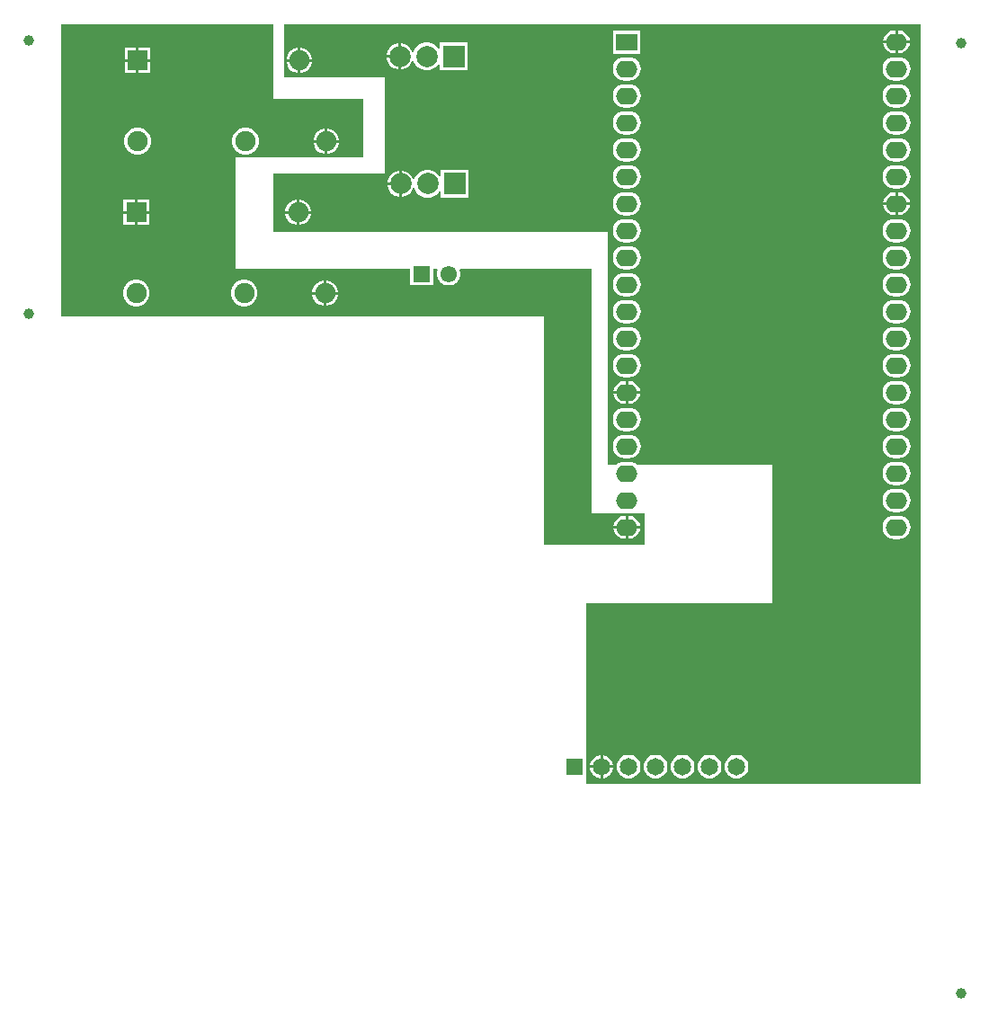
<source format=gbl>
G04*
G04 #@! TF.GenerationSoftware,Altium Limited,Altium Designer,21.7.2 (23)*
G04*
G04 Layer_Physical_Order=2*
G04 Layer_Color=16711680*
%FSLAX25Y25*%
%MOIN*%
G70*
G04*
G04 #@! TF.SameCoordinates,BCDA84E1-426D-41BB-A13D-26443B01BCB4*
G04*
G04*
G04 #@! TF.FilePolarity,Positive*
G04*
G01*
G75*
%ADD32C,0.06496*%
%ADD33R,0.06496X0.06496*%
%ADD34C,0.03937*%
%ADD35R,0.07874X0.07874*%
%ADD36C,0.07874*%
%ADD37R,0.06102X0.06102*%
%ADD38C,0.06102*%
%ADD39C,0.07480*%
%ADD40R,0.07480X0.07480*%
%ADD41O,0.07874X0.06299*%
%ADD42R,0.07874X0.06299*%
G36*
X492126Y440945D02*
X525591D01*
Y419291D01*
X478346D01*
Y377953D01*
X543012D01*
Y371752D01*
X551476D01*
Y377953D01*
X552975D01*
X553256Y377453D01*
X553012Y376541D01*
Y375427D01*
X553300Y374351D01*
X553857Y373386D01*
X554645Y372598D01*
X555611Y372040D01*
X556687Y371752D01*
X557801D01*
X558878Y372040D01*
X559843Y372598D01*
X560631Y373386D01*
X561188Y374351D01*
X561476Y375427D01*
Y376541D01*
X561232Y377453D01*
X561513Y377953D01*
X610236D01*
Y287992D01*
Y287402D01*
X629921D01*
Y275590D01*
X592520D01*
Y287992D01*
Y360236D01*
X413386D01*
Y468504D01*
X492126D01*
Y440945D01*
D02*
G37*
G36*
X732283Y401673D02*
X732283D01*
Y305118D01*
Y187008D01*
X608268D01*
Y188878D01*
X608366D01*
Y197736D01*
X608268D01*
Y253937D01*
X677165D01*
Y305118D01*
X627118D01*
X627104Y305136D01*
X626200Y305830D01*
X625146Y306266D01*
X624016Y306415D01*
X622441D01*
X621310Y306266D01*
X620257Y305830D01*
X619352Y305136D01*
X619339Y305118D01*
X616142D01*
Y391732D01*
X492126D01*
Y413386D01*
X533465D01*
Y448819D01*
X496063D01*
Y468504D01*
X732283D01*
X732283Y401673D01*
D02*
G37*
%LPC*%
G36*
X446551Y459937D02*
X442311D01*
Y455697D01*
X446551D01*
Y459937D01*
D02*
G37*
G36*
X441311D02*
X437071D01*
Y455697D01*
X441311D01*
Y459937D01*
D02*
G37*
G36*
X446551Y454697D02*
X442311D01*
Y450457D01*
X446551D01*
Y454697D01*
D02*
G37*
G36*
X441311D02*
X437071D01*
Y450457D01*
X441311D01*
Y454697D01*
D02*
G37*
G36*
X512435Y429937D02*
X512311D01*
Y425697D01*
X516551D01*
Y425821D01*
X516228Y427027D01*
X515604Y428107D01*
X514721Y428990D01*
X513641Y429614D01*
X512435Y429937D01*
D02*
G37*
G36*
X511311D02*
X511187D01*
X509981Y429614D01*
X508900Y428990D01*
X508018Y428107D01*
X507394Y427027D01*
X507071Y425821D01*
Y425697D01*
X511311D01*
Y429937D01*
D02*
G37*
G36*
X516551Y424697D02*
X512311D01*
Y420457D01*
X512435D01*
X513641Y420780D01*
X514721Y421404D01*
X515604Y422286D01*
X516228Y423367D01*
X516551Y424573D01*
Y424697D01*
D02*
G37*
G36*
X511311D02*
X507071D01*
Y424573D01*
X507394Y423367D01*
X508018Y422286D01*
X508900Y421404D01*
X509981Y420780D01*
X511187Y420457D01*
X511311D01*
Y424697D01*
D02*
G37*
G36*
X482459Y430118D02*
X481163D01*
X479912Y429783D01*
X478789Y429135D01*
X477873Y428219D01*
X477225Y427096D01*
X476890Y425845D01*
Y424549D01*
X477225Y423297D01*
X477873Y422175D01*
X478789Y421259D01*
X479912Y420611D01*
X481163Y420276D01*
X482459D01*
X483710Y420611D01*
X484833Y421259D01*
X485749Y422175D01*
X486397Y423297D01*
X486732Y424549D01*
Y425845D01*
X486397Y427096D01*
X485749Y428219D01*
X484833Y429135D01*
X483710Y429783D01*
X482459Y430118D01*
D02*
G37*
G36*
X442459D02*
X441163D01*
X439912Y429783D01*
X438789Y429135D01*
X437873Y428219D01*
X437225Y427096D01*
X436890Y425845D01*
Y424549D01*
X437225Y423297D01*
X437873Y422175D01*
X438789Y421259D01*
X439912Y420611D01*
X441163Y420276D01*
X442459D01*
X443711Y420611D01*
X444833Y421259D01*
X445749Y422175D01*
X446397Y423297D01*
X446732Y424549D01*
Y425845D01*
X446397Y427096D01*
X445749Y428219D01*
X444833Y429135D01*
X443711Y429783D01*
X442459Y430118D01*
D02*
G37*
G36*
X446118Y403598D02*
X441878D01*
Y399358D01*
X446118D01*
Y403598D01*
D02*
G37*
G36*
X440878D02*
X436638D01*
Y399358D01*
X440878D01*
Y403598D01*
D02*
G37*
G36*
X446118Y398358D02*
X441878D01*
Y394118D01*
X446118D01*
Y398358D01*
D02*
G37*
G36*
X440878D02*
X436638D01*
Y394118D01*
X440878D01*
Y398358D01*
D02*
G37*
G36*
X512002Y373598D02*
X511878D01*
Y369358D01*
X516118D01*
Y369482D01*
X515795Y370688D01*
X515171Y371769D01*
X514289Y372651D01*
X513208Y373275D01*
X512002Y373598D01*
D02*
G37*
G36*
X510878D02*
X510754D01*
X509548Y373275D01*
X508467Y372651D01*
X507585Y371769D01*
X506961Y370688D01*
X506638Y369482D01*
Y369358D01*
X510878D01*
Y373598D01*
D02*
G37*
G36*
X516118Y368358D02*
X511878D01*
Y364118D01*
X512002D01*
X513208Y364441D01*
X514289Y365065D01*
X515171Y365948D01*
X515795Y367029D01*
X516118Y368234D01*
Y368358D01*
D02*
G37*
G36*
X510878D02*
X506638D01*
Y368234D01*
X506961Y367029D01*
X507585Y365948D01*
X508467Y365065D01*
X509548Y364441D01*
X510754Y364118D01*
X510878D01*
Y368358D01*
D02*
G37*
G36*
X482026Y373780D02*
X480730D01*
X479478Y373444D01*
X478356Y372796D01*
X477440Y371880D01*
X476792Y370758D01*
X476457Y369506D01*
Y368210D01*
X476792Y366959D01*
X477440Y365837D01*
X478356Y364920D01*
X479478Y364272D01*
X480730Y363937D01*
X482026D01*
X483278Y364272D01*
X484400Y364920D01*
X485316Y365837D01*
X485964Y366959D01*
X486299Y368210D01*
Y369506D01*
X485964Y370758D01*
X485316Y371880D01*
X484400Y372796D01*
X483278Y373444D01*
X482026Y373780D01*
D02*
G37*
G36*
X442026D02*
X440730D01*
X439478Y373444D01*
X438356Y372796D01*
X437440Y371880D01*
X436792Y370758D01*
X436457Y369506D01*
Y368210D01*
X436792Y366959D01*
X437440Y365837D01*
X438356Y364920D01*
X439478Y364272D01*
X440730Y363937D01*
X442026D01*
X443278Y364272D01*
X444400Y364920D01*
X445316Y365837D01*
X445964Y366959D01*
X446299Y368210D01*
Y369506D01*
X445964Y370758D01*
X445316Y371880D01*
X444400Y372796D01*
X443278Y373444D01*
X442026Y373780D01*
D02*
G37*
G36*
X624016Y286233D02*
X623728D01*
Y282547D01*
X628135D01*
X628059Y283131D01*
X627640Y284140D01*
X626975Y285007D01*
X626109Y285672D01*
X625099Y286090D01*
X624016Y286233D01*
D02*
G37*
G36*
X622728D02*
X622441D01*
X621358Y286090D01*
X620348Y285672D01*
X619481Y285007D01*
X618816Y284140D01*
X618398Y283131D01*
X618321Y282547D01*
X622728D01*
Y286233D01*
D02*
G37*
G36*
X628135Y281547D02*
X623728D01*
Y277862D01*
X624016D01*
X625099Y278004D01*
X626109Y278423D01*
X626975Y279088D01*
X627640Y279955D01*
X628059Y280964D01*
X628135Y281547D01*
D02*
G37*
G36*
X622728D02*
X618321D01*
X618398Y280964D01*
X618816Y279955D01*
X619481Y279088D01*
X620348Y278423D01*
X621358Y278004D01*
X622441Y277862D01*
X622728D01*
Y281547D01*
D02*
G37*
G36*
X724016Y466233D02*
X723728D01*
Y462547D01*
X728135D01*
X728059Y463131D01*
X727640Y464140D01*
X726975Y465007D01*
X726109Y465672D01*
X725099Y466090D01*
X724016Y466233D01*
D02*
G37*
G36*
X722728D02*
X722441D01*
X721358Y466090D01*
X720348Y465672D01*
X719481Y465007D01*
X718816Y464140D01*
X718398Y463131D01*
X718321Y462547D01*
X722728D01*
Y466233D01*
D02*
G37*
G36*
X564173Y461811D02*
X553937D01*
Y459474D01*
X553437Y459340D01*
X553151Y459835D01*
X552198Y460788D01*
X551031Y461462D01*
X549729Y461811D01*
X548381D01*
X547080Y461462D01*
X545913Y460788D01*
X544960Y459835D01*
X544286Y458668D01*
X544211Y458391D01*
X543711D01*
D01*
X543656Y458599D01*
X543006Y459724D01*
X542087Y460643D01*
X540961Y461294D01*
X539705Y461630D01*
X539555D01*
Y456693D01*
Y451756D01*
X539705D01*
X540961Y452092D01*
X542087Y452742D01*
X543006Y453661D01*
X543656Y454787D01*
X543711Y454995D01*
D01*
D01*
X544211D01*
X544286Y454717D01*
X544960Y453550D01*
X545913Y452597D01*
X547080Y451924D01*
X548381Y451575D01*
X549729D01*
X551031Y451924D01*
X552198Y452597D01*
X553151Y453550D01*
X553437Y454046D01*
X553937Y453912D01*
Y451575D01*
X564173D01*
Y461811D01*
D02*
G37*
G36*
X728135Y461547D02*
X723728D01*
Y457862D01*
X724016D01*
X725099Y458004D01*
X726109Y458423D01*
X726975Y459088D01*
X727640Y459955D01*
X728059Y460964D01*
X728135Y461547D01*
D02*
G37*
G36*
X722728D02*
X718321D01*
X718398Y460964D01*
X718816Y459955D01*
X719481Y459088D01*
X720348Y458423D01*
X721358Y458004D01*
X722441Y457862D01*
X722728D01*
Y461547D01*
D02*
G37*
G36*
X628346Y466378D02*
X618110D01*
Y457717D01*
X628346D01*
Y466378D01*
D02*
G37*
G36*
X538555Y461630D02*
X538405D01*
X537149Y461294D01*
X536024Y460643D01*
X535105Y459724D01*
X534455Y458599D01*
X534118Y457343D01*
Y457193D01*
X538555D01*
Y461630D01*
D02*
G37*
G36*
X502435Y459937D02*
X502311D01*
Y455697D01*
X506551D01*
Y455821D01*
X506228Y457026D01*
X505604Y458107D01*
X504721Y458990D01*
X503641Y459614D01*
X502435Y459937D01*
D02*
G37*
G36*
X501311D02*
X501187D01*
X499981Y459614D01*
X498901Y458990D01*
X498018Y458107D01*
X497394Y457026D01*
X497071Y455821D01*
Y455697D01*
X501311D01*
Y459937D01*
D02*
G37*
G36*
X538555Y456193D02*
X534118D01*
Y456043D01*
X534455Y454787D01*
X535105Y453661D01*
X536024Y452742D01*
X537149Y452092D01*
X538405Y451756D01*
X538555D01*
Y456193D01*
D02*
G37*
G36*
X506551Y454697D02*
X502311D01*
Y450457D01*
X502435D01*
X503641Y450780D01*
X504721Y451404D01*
X505604Y452286D01*
X506228Y453367D01*
X506551Y454573D01*
Y454697D01*
D02*
G37*
G36*
X501311D02*
X497071D01*
Y454573D01*
X497394Y453367D01*
X498018Y452286D01*
X498901Y451404D01*
X499981Y450780D01*
X501187Y450457D01*
X501311D01*
Y454697D01*
D02*
G37*
G36*
X724016Y456415D02*
X722441D01*
X721310Y456266D01*
X720257Y455830D01*
X719352Y455136D01*
X718658Y454231D01*
X718222Y453178D01*
X718073Y452047D01*
X718222Y450917D01*
X718658Y449863D01*
X719352Y448959D01*
X720257Y448264D01*
X721310Y447828D01*
X722441Y447679D01*
X724016D01*
X725146Y447828D01*
X726200Y448264D01*
X727104Y448959D01*
X727799Y449863D01*
X728235Y450917D01*
X728384Y452047D01*
X728235Y453178D01*
X727799Y454231D01*
X727104Y455136D01*
X726200Y455830D01*
X725146Y456266D01*
X724016Y456415D01*
D02*
G37*
G36*
X624016D02*
X622441D01*
X621310Y456266D01*
X620257Y455830D01*
X619352Y455136D01*
X618658Y454231D01*
X618222Y453178D01*
X618073Y452047D01*
X618222Y450917D01*
X618658Y449863D01*
X619352Y448959D01*
X620257Y448264D01*
X621310Y447828D01*
X622441Y447679D01*
X624016D01*
X625146Y447828D01*
X626200Y448264D01*
X627104Y448959D01*
X627799Y449863D01*
X628235Y450917D01*
X628384Y452047D01*
X628235Y453178D01*
X627799Y454231D01*
X627104Y455136D01*
X626200Y455830D01*
X625146Y456266D01*
X624016Y456415D01*
D02*
G37*
G36*
X724016Y446415D02*
X722441D01*
X721310Y446267D01*
X720257Y445830D01*
X719352Y445136D01*
X718658Y444231D01*
X718222Y443178D01*
X718073Y442047D01*
X718222Y440917D01*
X718658Y439863D01*
X719352Y438959D01*
X720257Y438264D01*
X721310Y437828D01*
X722441Y437679D01*
X724016D01*
X725146Y437828D01*
X726200Y438264D01*
X727104Y438959D01*
X727799Y439863D01*
X728235Y440917D01*
X728384Y442047D01*
X728235Y443178D01*
X727799Y444231D01*
X727104Y445136D01*
X726200Y445830D01*
X725146Y446267D01*
X724016Y446415D01*
D02*
G37*
G36*
X624016D02*
X622441D01*
X621310Y446267D01*
X620257Y445830D01*
X619352Y445136D01*
X618658Y444231D01*
X618222Y443178D01*
X618073Y442047D01*
X618222Y440917D01*
X618658Y439863D01*
X619352Y438959D01*
X620257Y438264D01*
X621310Y437828D01*
X622441Y437679D01*
X624016D01*
X625146Y437828D01*
X626200Y438264D01*
X627104Y438959D01*
X627799Y439863D01*
X628235Y440917D01*
X628384Y442047D01*
X628235Y443178D01*
X627799Y444231D01*
X627104Y445136D01*
X626200Y445830D01*
X625146Y446267D01*
X624016Y446415D01*
D02*
G37*
G36*
X724016Y436415D02*
X722441D01*
X721310Y436267D01*
X720257Y435830D01*
X719352Y435136D01*
X718658Y434231D01*
X718222Y433178D01*
X718073Y432047D01*
X718222Y430917D01*
X718658Y429863D01*
X719352Y428959D01*
X720257Y428264D01*
X721310Y427828D01*
X722441Y427679D01*
X724016D01*
X725146Y427828D01*
X726200Y428264D01*
X727104Y428959D01*
X727799Y429863D01*
X728235Y430917D01*
X728384Y432047D01*
X728235Y433178D01*
X727799Y434231D01*
X727104Y435136D01*
X726200Y435830D01*
X725146Y436267D01*
X724016Y436415D01*
D02*
G37*
G36*
X624016D02*
X622441D01*
X621310Y436267D01*
X620257Y435830D01*
X619352Y435136D01*
X618658Y434231D01*
X618222Y433178D01*
X618073Y432047D01*
X618222Y430917D01*
X618658Y429863D01*
X619352Y428959D01*
X620257Y428264D01*
X621310Y427828D01*
X622441Y427679D01*
X624016D01*
X625146Y427828D01*
X626200Y428264D01*
X627104Y428959D01*
X627799Y429863D01*
X628235Y430917D01*
X628384Y432047D01*
X628235Y433178D01*
X627799Y434231D01*
X627104Y435136D01*
X626200Y435830D01*
X625146Y436267D01*
X624016Y436415D01*
D02*
G37*
G36*
X724016Y426415D02*
X722441D01*
X721310Y426266D01*
X720257Y425830D01*
X719352Y425136D01*
X718658Y424231D01*
X718222Y423178D01*
X718073Y422047D01*
X718222Y420917D01*
X718658Y419863D01*
X719352Y418959D01*
X720257Y418264D01*
X721310Y417828D01*
X722441Y417679D01*
X724016D01*
X725146Y417828D01*
X726200Y418264D01*
X727104Y418959D01*
X727799Y419863D01*
X728235Y420917D01*
X728384Y422047D01*
X728235Y423178D01*
X727799Y424231D01*
X727104Y425136D01*
X726200Y425830D01*
X725146Y426266D01*
X724016Y426415D01*
D02*
G37*
G36*
X624016D02*
X622441D01*
X621310Y426266D01*
X620257Y425830D01*
X619352Y425136D01*
X618658Y424231D01*
X618222Y423178D01*
X618073Y422047D01*
X618222Y420917D01*
X618658Y419863D01*
X619352Y418959D01*
X620257Y418264D01*
X621310Y417828D01*
X622441Y417679D01*
X624016D01*
X625146Y417828D01*
X626200Y418264D01*
X627104Y418959D01*
X627799Y419863D01*
X628235Y420917D01*
X628384Y422047D01*
X628235Y423178D01*
X627799Y424231D01*
X627104Y425136D01*
X626200Y425830D01*
X625146Y426266D01*
X624016Y426415D01*
D02*
G37*
G36*
X564488Y414567D02*
X554252D01*
Y412229D01*
X553752Y412095D01*
X553466Y412591D01*
X552513Y413544D01*
X551346Y414218D01*
X550044Y414567D01*
X548696D01*
X547395Y414218D01*
X546228Y413544D01*
X545275Y412591D01*
X544601Y411424D01*
X544526Y411147D01*
X544026D01*
X543971Y411354D01*
X543321Y412480D01*
X542402Y413399D01*
X541276Y414049D01*
X540020Y414386D01*
X539870D01*
Y409449D01*
Y404512D01*
X540020D01*
X541276Y404848D01*
X542402Y405498D01*
X543321Y406417D01*
X543971Y407543D01*
X544026Y407751D01*
X544526D01*
X544601Y407473D01*
X545275Y406306D01*
X546228Y405353D01*
X547395Y404679D01*
X548696Y404331D01*
X550044D01*
X551346Y404679D01*
X552513Y405353D01*
X553466Y406306D01*
X553752Y406802D01*
X554252Y406668D01*
Y404331D01*
X564488D01*
Y414567D01*
D02*
G37*
G36*
X538870Y414386D02*
X538720D01*
X537465Y414049D01*
X536339Y413399D01*
X535420Y412480D01*
X534769Y411354D01*
X534433Y410099D01*
Y409949D01*
X538870D01*
Y414386D01*
D02*
G37*
G36*
X724016Y416415D02*
X722441D01*
X721310Y416266D01*
X720257Y415830D01*
X719352Y415136D01*
X718658Y414231D01*
X718222Y413178D01*
X718073Y412047D01*
X718222Y410917D01*
X718658Y409863D01*
X719352Y408959D01*
X720257Y408264D01*
X721310Y407828D01*
X722441Y407679D01*
X724016D01*
X725146Y407828D01*
X726200Y408264D01*
X727104Y408959D01*
X727799Y409863D01*
X728235Y410917D01*
X728384Y412047D01*
X728235Y413178D01*
X727799Y414231D01*
X727104Y415136D01*
X726200Y415830D01*
X725146Y416266D01*
X724016Y416415D01*
D02*
G37*
G36*
X624016D02*
X622441D01*
X621310Y416266D01*
X620257Y415830D01*
X619352Y415136D01*
X618658Y414231D01*
X618222Y413178D01*
X618073Y412047D01*
X618222Y410917D01*
X618658Y409863D01*
X619352Y408959D01*
X620257Y408264D01*
X621310Y407828D01*
X622441Y407679D01*
X624016D01*
X625146Y407828D01*
X626200Y408264D01*
X627104Y408959D01*
X627799Y409863D01*
X628235Y410917D01*
X628384Y412047D01*
X628235Y413178D01*
X627799Y414231D01*
X627104Y415136D01*
X626200Y415830D01*
X625146Y416266D01*
X624016Y416415D01*
D02*
G37*
G36*
X538870Y408949D02*
X534433D01*
D01*
Y408799D01*
X534769Y407543D01*
X535420Y406417D01*
X536339Y405498D01*
X537205Y404998D01*
X537465Y404848D01*
X538720Y404512D01*
X538870D01*
Y408949D01*
D02*
G37*
G36*
X724016Y406233D02*
X723728D01*
Y402547D01*
X728135D01*
X728059Y403130D01*
X727640Y404140D01*
X726975Y405007D01*
X726109Y405672D01*
X725099Y406090D01*
X724016Y406233D01*
D02*
G37*
G36*
X722728D02*
X722441D01*
X721358Y406090D01*
X720348Y405672D01*
X719481Y405007D01*
X718816Y404140D01*
X718398Y403130D01*
X718321Y402547D01*
X722728D01*
Y406233D01*
D02*
G37*
G36*
X502002Y403598D02*
X501878D01*
Y399358D01*
X506118D01*
Y399482D01*
X505795Y400688D01*
X505171Y401769D01*
X504288Y402651D01*
X503208Y403275D01*
X502002Y403598D01*
D02*
G37*
G36*
X500878D02*
X500754D01*
X499548Y403275D01*
X498467Y402651D01*
X497585Y401769D01*
X496961Y400688D01*
X496638Y399482D01*
Y399358D01*
X500878D01*
Y403598D01*
D02*
G37*
G36*
X728135Y401547D02*
X723728D01*
Y397862D01*
X724016D01*
X725099Y398004D01*
X726109Y398423D01*
X726975Y399088D01*
X727640Y399955D01*
X728059Y400964D01*
X728135Y401547D01*
D02*
G37*
G36*
X722728D02*
X718321D01*
X718398Y400964D01*
X718816Y399955D01*
X719481Y399088D01*
X720348Y398423D01*
X721358Y398004D01*
X722441Y397862D01*
X722728D01*
Y401547D01*
D02*
G37*
G36*
X624016Y406415D02*
X622441D01*
X621310Y406266D01*
X620257Y405830D01*
X619352Y405136D01*
X618658Y404231D01*
X618222Y403178D01*
X618073Y402047D01*
X618216Y400964D01*
X618222Y400917D01*
X618658Y399863D01*
X619352Y398959D01*
X620257Y398264D01*
X621310Y397828D01*
X622441Y397679D01*
X624016D01*
X625146Y397828D01*
X626200Y398264D01*
X627104Y398959D01*
X627799Y399863D01*
X628235Y400917D01*
X628384Y402047D01*
X628235Y403178D01*
X627799Y404231D01*
X627104Y405136D01*
X626200Y405830D01*
X625146Y406266D01*
X624016Y406415D01*
D02*
G37*
G36*
X506118Y398358D02*
X501878D01*
Y394118D01*
X502002D01*
X503208Y394441D01*
X504288Y395065D01*
X505171Y395948D01*
X505795Y397029D01*
X506118Y398234D01*
Y398358D01*
D02*
G37*
G36*
X500878D02*
X496638D01*
Y398234D01*
X496961Y397029D01*
X497585Y395948D01*
X498467Y395065D01*
X499548Y394441D01*
X500754Y394118D01*
X500878D01*
Y398358D01*
D02*
G37*
G36*
X724016Y396415D02*
X722441D01*
X721310Y396267D01*
X720257Y395830D01*
X719352Y395136D01*
X718658Y394231D01*
X718222Y393178D01*
X718073Y392047D01*
X718222Y390917D01*
X718658Y389863D01*
X719352Y388959D01*
X720257Y388264D01*
X721310Y387828D01*
X722441Y387679D01*
X724016D01*
X725146Y387828D01*
X726200Y388264D01*
X727104Y388959D01*
X727799Y389863D01*
X728235Y390917D01*
X728384Y392047D01*
X728235Y393178D01*
X727799Y394231D01*
X727104Y395136D01*
X726200Y395830D01*
X725146Y396267D01*
X724016Y396415D01*
D02*
G37*
G36*
X624016D02*
X622441D01*
X621310Y396267D01*
X620257Y395830D01*
X619352Y395136D01*
X618658Y394231D01*
X618222Y393178D01*
X618073Y392047D01*
X618222Y390917D01*
X618658Y389863D01*
X619352Y388959D01*
X620257Y388264D01*
X621310Y387828D01*
X622441Y387679D01*
X624016D01*
X625146Y387828D01*
X626200Y388264D01*
X627104Y388959D01*
X627799Y389863D01*
X628235Y390917D01*
X628384Y392047D01*
X628235Y393178D01*
X627799Y394231D01*
X627104Y395136D01*
X626200Y395830D01*
X625146Y396267D01*
X624016Y396415D01*
D02*
G37*
G36*
X724016Y386415D02*
X722441D01*
X721310Y386266D01*
X720257Y385830D01*
X719352Y385136D01*
X718658Y384231D01*
X718222Y383178D01*
X718073Y382047D01*
X718222Y380917D01*
X718658Y379863D01*
X719352Y378959D01*
X720257Y378264D01*
X721310Y377828D01*
X722441Y377679D01*
X724016D01*
X725146Y377828D01*
X726200Y378264D01*
X727104Y378959D01*
X727799Y379863D01*
X728235Y380917D01*
X728384Y382047D01*
X728235Y383178D01*
X727799Y384231D01*
X727104Y385136D01*
X726200Y385830D01*
X725146Y386266D01*
X724016Y386415D01*
D02*
G37*
G36*
X624016D02*
X622441D01*
X621310Y386266D01*
X620257Y385830D01*
X619352Y385136D01*
X618658Y384231D01*
X618222Y383178D01*
X618073Y382047D01*
X618222Y380917D01*
X618658Y379863D01*
X619352Y378959D01*
X620257Y378264D01*
X621310Y377828D01*
X622441Y377679D01*
X624016D01*
X625146Y377828D01*
X626200Y378264D01*
X627104Y378959D01*
X627799Y379863D01*
X628235Y380917D01*
X628384Y382047D01*
X628235Y383178D01*
X627799Y384231D01*
X627104Y385136D01*
X626200Y385830D01*
X625146Y386266D01*
X624016Y386415D01*
D02*
G37*
G36*
X724016Y376415D02*
X722441D01*
X721310Y376267D01*
X720257Y375830D01*
X719352Y375136D01*
X718658Y374231D01*
X718222Y373178D01*
X718073Y372047D01*
X718222Y370917D01*
X718658Y369863D01*
X719352Y368959D01*
X720257Y368264D01*
X721310Y367828D01*
X722441Y367679D01*
X724016D01*
X725146Y367828D01*
X726200Y368264D01*
X727104Y368959D01*
X727799Y369863D01*
X728235Y370917D01*
X728384Y372047D01*
X728235Y373178D01*
X727799Y374231D01*
X727104Y375136D01*
X726200Y375830D01*
X725146Y376267D01*
X724016Y376415D01*
D02*
G37*
G36*
X624016D02*
X622441D01*
X621310Y376267D01*
X620257Y375830D01*
X619352Y375136D01*
X618658Y374231D01*
X618222Y373178D01*
X618073Y372047D01*
X618222Y370917D01*
X618658Y369863D01*
X619352Y368959D01*
X620257Y368264D01*
X621310Y367828D01*
X622441Y367679D01*
X624016D01*
X625146Y367828D01*
X626200Y368264D01*
X627104Y368959D01*
X627799Y369863D01*
X628235Y370917D01*
X628384Y372047D01*
X628235Y373178D01*
X627799Y374231D01*
X627104Y375136D01*
X626200Y375830D01*
X625146Y376267D01*
X624016Y376415D01*
D02*
G37*
G36*
X724016Y366415D02*
X722441D01*
X721310Y366266D01*
X720257Y365830D01*
X719352Y365136D01*
X718658Y364231D01*
X718222Y363178D01*
X718073Y362047D01*
X718222Y360917D01*
X718658Y359863D01*
X719352Y358959D01*
X720257Y358264D01*
X721310Y357828D01*
X722441Y357679D01*
X724016D01*
X725146Y357828D01*
X726200Y358264D01*
X727104Y358959D01*
X727799Y359863D01*
X728235Y360917D01*
X728384Y362047D01*
X728235Y363178D01*
X727799Y364231D01*
X727104Y365136D01*
X726200Y365830D01*
X725146Y366266D01*
X724016Y366415D01*
D02*
G37*
G36*
X624016D02*
X622441D01*
X621310Y366266D01*
X620257Y365830D01*
X619352Y365136D01*
X618658Y364231D01*
X618222Y363178D01*
X618073Y362047D01*
X618222Y360917D01*
X618658Y359863D01*
X619352Y358959D01*
X620257Y358264D01*
X621310Y357828D01*
X622441Y357679D01*
X624016D01*
X625146Y357828D01*
X626200Y358264D01*
X627104Y358959D01*
X627799Y359863D01*
X628235Y360917D01*
X628384Y362047D01*
X628235Y363178D01*
X627799Y364231D01*
X627104Y365136D01*
X626200Y365830D01*
X625146Y366266D01*
X624016Y366415D01*
D02*
G37*
G36*
X724016Y356415D02*
X722441D01*
X721310Y356266D01*
X720257Y355830D01*
X719352Y355136D01*
X718658Y354231D01*
X718222Y353178D01*
X718073Y352047D01*
X718222Y350917D01*
X718658Y349863D01*
X719352Y348959D01*
X720257Y348264D01*
X721310Y347828D01*
X722441Y347679D01*
X724016D01*
X725146Y347828D01*
X726200Y348264D01*
X727104Y348959D01*
X727799Y349863D01*
X728235Y350917D01*
X728384Y352047D01*
X728235Y353178D01*
X727799Y354231D01*
X727104Y355136D01*
X726200Y355830D01*
X725146Y356266D01*
X724016Y356415D01*
D02*
G37*
G36*
X624016D02*
X622441D01*
X621310Y356266D01*
X620257Y355830D01*
X619352Y355136D01*
X618658Y354231D01*
X618222Y353178D01*
X618073Y352047D01*
X618222Y350917D01*
X618658Y349863D01*
X619352Y348959D01*
X620257Y348264D01*
X621310Y347828D01*
X622441Y347679D01*
X624016D01*
X625146Y347828D01*
X626200Y348264D01*
X627104Y348959D01*
X627799Y349863D01*
X628235Y350917D01*
X628384Y352047D01*
X628235Y353178D01*
X627799Y354231D01*
X627104Y355136D01*
X626200Y355830D01*
X625146Y356266D01*
X624016Y356415D01*
D02*
G37*
G36*
X724016Y346415D02*
X722441D01*
X721310Y346267D01*
X720257Y345830D01*
X719352Y345136D01*
X718658Y344231D01*
X718222Y343178D01*
X718073Y342047D01*
X718222Y340917D01*
X718658Y339863D01*
X719352Y338959D01*
X720257Y338264D01*
X721310Y337828D01*
X722441Y337679D01*
X724016D01*
X725146Y337828D01*
X726200Y338264D01*
X727104Y338959D01*
X727799Y339863D01*
X728235Y340917D01*
X728384Y342047D01*
X728235Y343178D01*
X727799Y344231D01*
X727104Y345136D01*
X726200Y345830D01*
X725146Y346267D01*
X724016Y346415D01*
D02*
G37*
G36*
X624016D02*
X622441D01*
X621310Y346267D01*
X620257Y345830D01*
X619352Y345136D01*
X618658Y344231D01*
X618222Y343178D01*
X618073Y342047D01*
X618222Y340917D01*
X618658Y339863D01*
X619352Y338959D01*
X620257Y338264D01*
X621310Y337828D01*
X622441Y337679D01*
X624016D01*
X625146Y337828D01*
X626200Y338264D01*
X627104Y338959D01*
X627799Y339863D01*
X628235Y340917D01*
X628384Y342047D01*
X628235Y343178D01*
X627799Y344231D01*
X627104Y345136D01*
X626200Y345830D01*
X625146Y346267D01*
X624016Y346415D01*
D02*
G37*
G36*
Y336233D02*
X623728D01*
Y332547D01*
X628135D01*
X628059Y333131D01*
X627640Y334140D01*
X626975Y335007D01*
X626109Y335672D01*
X625099Y336090D01*
X624016Y336233D01*
D02*
G37*
G36*
X622728D02*
X622441D01*
X621358Y336090D01*
X620348Y335672D01*
X619481Y335007D01*
X618816Y334140D01*
X618398Y333131D01*
X618321Y332547D01*
X622728D01*
Y336233D01*
D02*
G37*
G36*
X628135Y331547D02*
X623728D01*
Y327862D01*
X624016D01*
X625099Y328004D01*
X626109Y328423D01*
X626975Y329088D01*
X627640Y329955D01*
X628059Y330964D01*
X628135Y331547D01*
D02*
G37*
G36*
X622728D02*
X618321D01*
X618398Y330964D01*
X618816Y329955D01*
X619481Y329088D01*
X620348Y328423D01*
X621358Y328004D01*
X622441Y327862D01*
X622728D01*
Y331547D01*
D02*
G37*
G36*
X724016Y336415D02*
X722441D01*
X721310Y336266D01*
X720257Y335830D01*
X719352Y335136D01*
X718658Y334231D01*
X718222Y333178D01*
X718073Y332047D01*
X718222Y330917D01*
X718658Y329863D01*
X719352Y328959D01*
X720257Y328264D01*
X721310Y327828D01*
X722441Y327679D01*
X724016D01*
X725146Y327828D01*
X726200Y328264D01*
X727104Y328959D01*
X727799Y329863D01*
X728235Y330917D01*
X728384Y332047D01*
X728235Y333178D01*
X727799Y334231D01*
X727104Y335136D01*
X726200Y335830D01*
X725146Y336266D01*
X724016Y336415D01*
D02*
G37*
G36*
Y326415D02*
X722441D01*
X721310Y326267D01*
X720257Y325830D01*
X719352Y325136D01*
X718658Y324231D01*
X718222Y323178D01*
X718073Y322047D01*
X718222Y320917D01*
X718658Y319863D01*
X719352Y318959D01*
X720257Y318264D01*
X721310Y317828D01*
X722441Y317679D01*
X724016D01*
X725146Y317828D01*
X726200Y318264D01*
X727104Y318959D01*
X727799Y319863D01*
X728235Y320917D01*
X728384Y322047D01*
X728235Y323178D01*
X727799Y324231D01*
X727104Y325136D01*
X726200Y325830D01*
X725146Y326267D01*
X724016Y326415D01*
D02*
G37*
G36*
X624016D02*
X622441D01*
X621310Y326267D01*
X620257Y325830D01*
X619352Y325136D01*
X618658Y324231D01*
X618222Y323178D01*
X618073Y322047D01*
X618222Y320917D01*
X618658Y319863D01*
X619352Y318959D01*
X620257Y318264D01*
X621310Y317828D01*
X622441Y317679D01*
X624016D01*
X625146Y317828D01*
X626200Y318264D01*
X627104Y318959D01*
X627799Y319863D01*
X628235Y320917D01*
X628384Y322047D01*
X628235Y323178D01*
X627799Y324231D01*
X627104Y325136D01*
X626200Y325830D01*
X625146Y326267D01*
X624016Y326415D01*
D02*
G37*
G36*
X724016Y316415D02*
X722441D01*
X721310Y316266D01*
X720257Y315830D01*
X719352Y315136D01*
X718658Y314231D01*
X718222Y313178D01*
X718073Y312047D01*
X718222Y310917D01*
X718658Y309863D01*
X719352Y308959D01*
X720257Y308264D01*
X721310Y307828D01*
X722441Y307679D01*
X724016D01*
X725146Y307828D01*
X726200Y308264D01*
X727104Y308959D01*
X727799Y309863D01*
X728235Y310917D01*
X728384Y312047D01*
X728235Y313178D01*
X727799Y314231D01*
X727104Y315136D01*
X726830Y315347D01*
X726200Y315830D01*
X725146Y316266D01*
X724016Y316415D01*
D02*
G37*
G36*
X624016D02*
X622441D01*
X621310Y316266D01*
X620257Y315830D01*
X619352Y315136D01*
X618658Y314231D01*
X618222Y313178D01*
X618073Y312047D01*
X618222Y310917D01*
X618658Y309863D01*
X619352Y308959D01*
X620257Y308264D01*
X621310Y307828D01*
X622441Y307679D01*
X624016D01*
X625146Y307828D01*
X626200Y308264D01*
X627104Y308959D01*
X627799Y309863D01*
X628235Y310917D01*
X628384Y312047D01*
X628235Y313178D01*
X627799Y314231D01*
X627104Y315136D01*
X626200Y315830D01*
X625146Y316266D01*
X624016Y316415D01*
D02*
G37*
G36*
X724016Y306415D02*
X722441D01*
X721310Y306266D01*
X720257Y305830D01*
X719352Y305136D01*
X718658Y304231D01*
X718222Y303178D01*
X718073Y302047D01*
X718222Y300917D01*
X718658Y299863D01*
X719352Y298959D01*
X720257Y298264D01*
X721310Y297828D01*
X722441Y297679D01*
X724016D01*
X725146Y297828D01*
X726200Y298264D01*
X727104Y298959D01*
X727799Y299863D01*
X728235Y300917D01*
X728384Y302047D01*
X728235Y303178D01*
X727799Y304231D01*
X727104Y305136D01*
X726200Y305830D01*
X725146Y306266D01*
X724016Y306415D01*
D02*
G37*
G36*
Y296415D02*
X722441D01*
X721310Y296267D01*
X720257Y295830D01*
X719352Y295136D01*
X718658Y294231D01*
X718222Y293178D01*
X718073Y292047D01*
X718222Y290917D01*
X718658Y289863D01*
X719352Y288959D01*
X720257Y288264D01*
X721310Y287828D01*
X722441Y287679D01*
X724016D01*
X725146Y287828D01*
X726200Y288264D01*
X727104Y288959D01*
X727799Y289863D01*
X728235Y290917D01*
X728384Y292047D01*
X728235Y293178D01*
X727799Y294231D01*
X727104Y295136D01*
X726200Y295830D01*
X725146Y296267D01*
X724016Y296415D01*
D02*
G37*
G36*
Y286415D02*
X722441D01*
X721310Y286266D01*
X720257Y285830D01*
X719352Y285136D01*
X718658Y284231D01*
X718222Y283178D01*
X718073Y282047D01*
X718222Y280917D01*
X718658Y279863D01*
X719352Y278959D01*
X720257Y278264D01*
X721310Y277828D01*
X722441Y277679D01*
X724016D01*
X725146Y277828D01*
X726200Y278264D01*
X727104Y278959D01*
X727799Y279863D01*
X728235Y280917D01*
X728384Y282047D01*
X728235Y283178D01*
X727799Y284231D01*
X727104Y285136D01*
X726200Y285830D01*
X725146Y286266D01*
X724016Y286415D01*
D02*
G37*
G36*
X614496Y197555D02*
X614437D01*
Y193807D01*
X618185D01*
Y193866D01*
X617896Y194947D01*
X617336Y195915D01*
X616545Y196706D01*
X615577Y197266D01*
X614496Y197555D01*
D02*
G37*
G36*
X613437D02*
X613378D01*
X612297Y197266D01*
X611329Y196706D01*
X610538Y195915D01*
X609978Y194947D01*
X609689Y193866D01*
Y193807D01*
X613437D01*
Y197555D01*
D02*
G37*
G36*
X618185Y192807D02*
X614437D01*
Y189059D01*
X614496D01*
X615577Y189349D01*
X616545Y189908D01*
X617336Y190699D01*
X617896Y191667D01*
X618185Y192748D01*
Y192807D01*
D02*
G37*
G36*
X613437D02*
X609689D01*
Y192748D01*
X609978Y191667D01*
X610538Y190699D01*
X611329Y189908D01*
X612297Y189349D01*
X613378Y189059D01*
X613437D01*
Y192807D01*
D02*
G37*
G36*
X664520Y197736D02*
X663354D01*
X662227Y197434D01*
X661217Y196851D01*
X660393Y196027D01*
X659810Y195017D01*
X659508Y193890D01*
Y192724D01*
X659810Y191597D01*
X660393Y190587D01*
X661217Y189763D01*
X662227Y189180D01*
X663354Y188878D01*
X664520D01*
X665647Y189180D01*
X666656Y189763D01*
X667481Y190587D01*
X668064Y191597D01*
X668366Y192724D01*
Y193890D01*
X668064Y195017D01*
X667481Y196027D01*
X666656Y196851D01*
X665647Y197434D01*
X664520Y197736D01*
D02*
G37*
G36*
X654520D02*
X653354D01*
X652227Y197434D01*
X651218Y196851D01*
X650393Y196027D01*
X649810Y195017D01*
X649508Y193890D01*
Y192724D01*
X649810Y191597D01*
X650393Y190587D01*
X651218Y189763D01*
X652227Y189180D01*
X653354Y188878D01*
X654520D01*
X655647Y189180D01*
X656657Y189763D01*
X657481Y190587D01*
X658064Y191597D01*
X658366Y192724D01*
Y193890D01*
X658064Y195017D01*
X657481Y196027D01*
X656657Y196851D01*
X655647Y197434D01*
X654520Y197736D01*
D02*
G37*
G36*
X644520D02*
X643354D01*
X642227Y197434D01*
X641218Y196851D01*
X640393Y196027D01*
X639810Y195017D01*
X639508Y193890D01*
Y192724D01*
X639810Y191597D01*
X640393Y190587D01*
X641218Y189763D01*
X642227Y189180D01*
X643354Y188878D01*
X644520D01*
X645647Y189180D01*
X646657Y189763D01*
X647481Y190587D01*
X648064Y191597D01*
X648366Y192724D01*
Y193890D01*
X648064Y195017D01*
X647481Y196027D01*
X646657Y196851D01*
X645647Y197434D01*
X644520Y197736D01*
D02*
G37*
G36*
X634520D02*
X633354D01*
X632227Y197434D01*
X631217Y196851D01*
X630393Y196027D01*
X629810Y195017D01*
X629508Y193890D01*
Y192724D01*
X629810Y191597D01*
X630393Y190587D01*
X631217Y189763D01*
X632227Y189180D01*
X633354Y188878D01*
X634520D01*
X635647Y189180D01*
X636657Y189763D01*
X637481Y190587D01*
X638064Y191597D01*
X638366Y192724D01*
Y193890D01*
X638064Y195017D01*
X637481Y196027D01*
X636657Y196851D01*
X635647Y197434D01*
X634520Y197736D01*
D02*
G37*
G36*
X624520D02*
X623354D01*
X622227Y197434D01*
X621217Y196851D01*
X620393Y196027D01*
X619810Y195017D01*
X619508Y193890D01*
Y192724D01*
X619810Y191597D01*
X620393Y190587D01*
X621217Y189763D01*
X622227Y189180D01*
X623354Y188878D01*
X624520D01*
X625647Y189180D01*
X626656Y189763D01*
X627481Y190587D01*
X628064Y191597D01*
X628366Y192724D01*
Y193890D01*
X628064Y195017D01*
X627481Y196027D01*
X626656Y196851D01*
X625647Y197434D01*
X624520Y197736D01*
D02*
G37*
%LPD*%
D32*
X663937Y193307D02*
D03*
X653937D02*
D03*
X643937D02*
D03*
X633937D02*
D03*
X623937D02*
D03*
X613937D02*
D03*
D33*
X603937D02*
D03*
D34*
X747047Y109252D02*
D03*
Y461614D02*
D03*
X401575Y361221D02*
D03*
Y462598D02*
D03*
D35*
X559055Y456693D02*
D03*
X559370Y409449D02*
D03*
D36*
X539055Y456693D02*
D03*
X549055D02*
D03*
X549370Y409449D02*
D03*
X539370D02*
D03*
D37*
X547244Y375984D02*
D03*
D38*
X557244D02*
D03*
D39*
X441378Y368858D02*
D03*
X481378D02*
D03*
X511378D02*
D03*
X501378Y398858D02*
D03*
X441811Y425197D02*
D03*
X481811D02*
D03*
X511811D02*
D03*
X501811Y455197D02*
D03*
D40*
X441378Y398858D02*
D03*
X441811Y455197D02*
D03*
D41*
X723228Y282047D02*
D03*
Y292047D02*
D03*
Y302047D02*
D03*
Y312047D02*
D03*
Y322047D02*
D03*
Y332047D02*
D03*
Y342047D02*
D03*
Y352047D02*
D03*
Y362047D02*
D03*
Y372047D02*
D03*
Y382047D02*
D03*
Y392047D02*
D03*
Y402047D02*
D03*
Y412047D02*
D03*
Y422047D02*
D03*
Y432047D02*
D03*
Y442047D02*
D03*
Y452047D02*
D03*
Y462047D02*
D03*
X623228Y282047D02*
D03*
Y292047D02*
D03*
Y302047D02*
D03*
Y312047D02*
D03*
Y322047D02*
D03*
Y332047D02*
D03*
Y342047D02*
D03*
Y352047D02*
D03*
Y362047D02*
D03*
Y372047D02*
D03*
Y382047D02*
D03*
Y392047D02*
D03*
Y402047D02*
D03*
Y412047D02*
D03*
Y422047D02*
D03*
Y432047D02*
D03*
Y442047D02*
D03*
Y452047D02*
D03*
D42*
Y462047D02*
D03*
M02*

</source>
